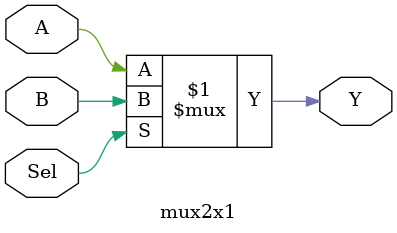
<source format=v>
module mux2x1 (
    input  wire A,
    input  wire B,
    input  wire Sel,
    output wire Y
);

    assign Y = Sel ? B : A;

endmodule

</source>
